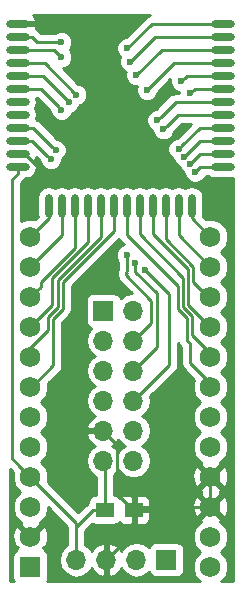
<source format=gbr>
G04 #@! TF.FileFunction,Copper,L1,Top,Signal*
%FSLAX46Y46*%
G04 Gerber Fmt 4.6, Leading zero omitted, Abs format (unit mm)*
G04 Created by KiCad (PCBNEW 4.0.7) date 05/30/18 17:56:51*
%MOMM*%
%LPD*%
G01*
G04 APERTURE LIST*
%ADD10C,0.100000*%
%ADD11O,2.000000X0.700000*%
%ADD12O,0.700000X2.000000*%
%ADD13R,1.752600X1.752600*%
%ADD14C,1.752600*%
%ADD15R,1.700000X1.700000*%
%ADD16O,1.700000X1.700000*%
%ADD17R,1.500000X1.250000*%
%ADD18C,0.600000*%
%ADD19C,0.250000*%
%ADD20C,0.254000*%
G04 APERTURE END LIST*
D10*
D11*
X139792990Y-71476880D03*
X139792990Y-83576880D03*
D12*
X147942980Y-86876880D03*
X149042980Y-86876880D03*
X145742980Y-86876880D03*
D11*
X139792990Y-74776880D03*
X139792990Y-75876880D03*
X139792990Y-76976880D03*
X139792990Y-78076880D03*
X139792990Y-79176880D03*
X139792990Y-80276880D03*
X139792990Y-82476880D03*
D12*
X142442980Y-86876880D03*
X143542980Y-86876880D03*
X144642980Y-86876880D03*
D11*
X139792990Y-72576880D03*
X139792990Y-81376880D03*
X139792990Y-73676880D03*
D12*
X146842980Y-86876880D03*
D11*
X157192980Y-72576880D03*
D12*
X153442980Y-86876880D03*
X154542980Y-86876880D03*
D11*
X157192980Y-83576880D03*
X157192980Y-82476880D03*
X157192980Y-81376880D03*
X157192980Y-80276880D03*
X157192980Y-78076880D03*
X157192980Y-76976880D03*
X157192980Y-75876880D03*
X157192980Y-74776880D03*
X157192980Y-73676880D03*
D12*
X151242980Y-86876880D03*
D11*
X157192980Y-79176880D03*
D12*
X152342980Y-86876880D03*
D11*
X157192980Y-71476880D03*
D12*
X150142980Y-86876880D03*
D13*
X140881100Y-117449600D03*
D14*
X140881100Y-114909600D03*
X140881100Y-112369600D03*
X140881100Y-109829600D03*
X140881100Y-107289600D03*
X140881100Y-104749600D03*
X140881100Y-102209600D03*
X140881100Y-99669600D03*
X140881100Y-97129600D03*
X140881100Y-94589600D03*
X140881100Y-92049600D03*
X140881100Y-89509600D03*
X156121100Y-89509600D03*
X156121100Y-92049600D03*
X156121100Y-94589600D03*
X156121100Y-97129600D03*
X156121100Y-99669600D03*
X156121100Y-102209600D03*
X156121100Y-104749600D03*
X156121100Y-107289600D03*
X156121100Y-109829600D03*
X156121100Y-112369600D03*
X156121100Y-114909600D03*
X156121100Y-117449600D03*
D15*
X147066000Y-95758000D03*
D16*
X149606000Y-95758000D03*
X147066000Y-98298000D03*
X149606000Y-98298000D03*
X147066000Y-100838000D03*
X149606000Y-100838000D03*
X147066000Y-103378000D03*
X149606000Y-103378000D03*
X147066000Y-105918000D03*
X149606000Y-105918000D03*
X147066000Y-108458000D03*
X149606000Y-108458000D03*
D15*
X152400000Y-116840000D03*
D16*
X149860000Y-116840000D03*
X147320000Y-116840000D03*
X144780000Y-116840000D03*
D17*
X147157120Y-112623600D03*
X149657120Y-112623600D03*
D18*
X154432000Y-77343000D03*
X153670000Y-76327000D03*
X141986000Y-72136000D03*
X141605000Y-84455000D03*
X153423537Y-82071207D03*
X152146000Y-80391000D03*
X144780000Y-77470000D03*
X144145000Y-78105000D03*
X143510000Y-78740000D03*
X143011990Y-82169000D03*
X143510000Y-73025000D03*
X142611010Y-82931000D03*
X143510000Y-74295000D03*
X149030021Y-91059000D03*
X149352000Y-74676000D03*
X154832867Y-84009983D03*
X154408449Y-83331832D03*
X153904513Y-82710489D03*
X151638000Y-79629000D03*
X150622008Y-92329000D03*
X150749000Y-77089000D03*
X149770999Y-91689417D03*
X149860000Y-75819000D03*
X149098000Y-73533000D03*
D19*
X157192980Y-76976880D02*
X154798120Y-76976880D01*
X154798120Y-76976880D02*
X154731999Y-77043001D01*
X154731999Y-77043001D02*
X154432000Y-77343000D01*
X154120120Y-75876880D02*
X153969999Y-76027001D01*
X157192980Y-75876880D02*
X154120120Y-75876880D01*
X153969999Y-76027001D02*
X153670000Y-76327000D01*
X149693000Y-112649000D02*
X149568000Y-112649000D01*
X149568000Y-112649000D02*
X148241001Y-111322001D01*
X148241001Y-111322001D02*
X148241001Y-107093001D01*
X148241001Y-107093001D02*
X147915999Y-106767999D01*
X147915999Y-106767999D02*
X147066000Y-105918000D01*
X141986000Y-72136000D02*
X141326880Y-71476880D01*
X141326880Y-71476880D02*
X139792990Y-71476880D01*
X141605000Y-84455000D02*
X141605000Y-83638890D01*
X140442990Y-82476880D02*
X139792990Y-82476880D01*
X141605000Y-83638890D02*
X140442990Y-82476880D01*
X156121100Y-112369600D02*
X149972400Y-112369600D01*
X149972400Y-112369600D02*
X149693000Y-112649000D01*
X156121100Y-109829600D02*
X156121100Y-111068875D01*
X156121100Y-111068875D02*
X156121100Y-112369600D01*
X147320000Y-116840000D02*
X149693000Y-114467000D01*
X149693000Y-114467000D02*
X149693000Y-112649000D01*
X139792990Y-83576880D02*
X139792990Y-84176880D01*
X139792990Y-84176880D02*
X139319000Y-84650870D01*
X140004801Y-108953301D02*
X140881100Y-109829600D01*
X139319000Y-84650870D02*
X139319000Y-108267500D01*
X139319000Y-108267500D02*
X140004801Y-108953301D01*
X147193000Y-112649000D02*
X147193000Y-108585000D01*
X147193000Y-108585000D02*
X147066000Y-108458000D01*
X147193000Y-112649000D02*
X146193000Y-112649000D01*
X146193000Y-112649000D02*
X144780000Y-114062000D01*
X144780000Y-114062000D02*
X144780000Y-115637919D01*
X144780000Y-115637919D02*
X144780000Y-116840000D01*
X140881100Y-109829600D02*
X144780000Y-113728500D01*
X144780000Y-113728500D02*
X144780000Y-116840000D01*
X155217864Y-80276880D02*
X153723536Y-81771208D01*
X157192980Y-80276880D02*
X155217864Y-80276880D01*
X153723536Y-81771208D02*
X153423537Y-82071207D01*
X157192980Y-79176880D02*
X153360120Y-79176880D01*
X152445999Y-80091001D02*
X152146000Y-80391000D01*
X153360120Y-79176880D02*
X152445999Y-80091001D01*
X140881100Y-102209600D02*
X140995400Y-102209600D01*
X140995400Y-102209600D02*
X142817010Y-100387990D01*
X142817010Y-100387990D02*
X142817010Y-96453810D01*
X142817010Y-96453810D02*
X143648020Y-95622800D01*
X143648020Y-95622800D02*
X143648020Y-93336800D01*
X143648020Y-93336800D02*
X147942980Y-89041840D01*
X147942980Y-89041840D02*
X147942980Y-88126880D01*
X147942980Y-88126880D02*
X147942980Y-86876880D01*
X156121100Y-102209600D02*
X156121100Y-101892100D01*
X156121100Y-101892100D02*
X154432000Y-100203000D01*
X154432000Y-100203000D02*
X154432000Y-98552000D01*
X154432000Y-98552000D02*
X154108990Y-98228990D01*
X154108990Y-98228990D02*
X154108990Y-96390310D01*
X154108990Y-96390310D02*
X153335969Y-95617289D01*
X153335969Y-95617289D02*
X153335969Y-93645969D01*
X153335969Y-93645969D02*
X149042980Y-89352980D01*
X149042980Y-89352980D02*
X149042980Y-88126880D01*
X149042980Y-88126880D02*
X149042980Y-86876880D01*
X140881100Y-97129600D02*
X140881100Y-97116900D01*
X140881100Y-97116900D02*
X142748000Y-95250000D01*
X142748000Y-95250000D02*
X142748000Y-92964000D01*
X142748000Y-92964000D02*
X145742980Y-89969020D01*
X145742980Y-89969020D02*
X145742980Y-86876880D01*
X144780000Y-77470000D02*
X142086880Y-74776880D01*
X142086880Y-74776880D02*
X139792990Y-74776880D01*
X139792990Y-75876880D02*
X141916880Y-75876880D01*
X141916880Y-75876880D02*
X144145000Y-78105000D01*
X143210001Y-78440001D02*
X143510000Y-78740000D01*
X139792990Y-76976880D02*
X141746880Y-76976880D01*
X141746880Y-76976880D02*
X143210001Y-78440001D01*
X142711991Y-81869001D02*
X143011990Y-82169000D01*
X141119870Y-80276880D02*
X142711991Y-81869001D01*
X139792990Y-80276880D02*
X141119870Y-80276880D01*
X140881100Y-89509600D02*
X142442980Y-87947720D01*
X142442980Y-87947720D02*
X142442980Y-86876880D01*
X140881100Y-92049600D02*
X143542980Y-89387720D01*
X143542980Y-89387720D02*
X143542980Y-86876880D01*
X144642980Y-88126880D02*
X144642980Y-86876880D01*
X144642980Y-90432609D02*
X144642980Y-88126880D01*
X141757399Y-93318190D02*
X144642980Y-90432609D01*
X140881100Y-94589600D02*
X141757399Y-93713301D01*
X141757399Y-93713301D02*
X141757399Y-93318190D01*
X143510000Y-73025000D02*
X143085736Y-73025000D01*
X143085736Y-73025000D02*
X143062606Y-73001870D01*
X143062606Y-73001870D02*
X141467980Y-73001870D01*
X141467980Y-73001870D02*
X141042990Y-72576880D01*
X141042990Y-72576880D02*
X139792990Y-72576880D01*
X142311011Y-82631001D02*
X142611010Y-82931000D01*
X141056890Y-81376880D02*
X142311011Y-82631001D01*
X139792990Y-81376880D02*
X141056890Y-81376880D01*
X139792990Y-73676880D02*
X142891880Y-73676880D01*
X142891880Y-73676880D02*
X143510000Y-74295000D01*
X140881100Y-99669600D02*
X140881100Y-98907526D01*
X140881100Y-98907526D02*
X142367000Y-97421626D01*
X142367000Y-97421626D02*
X142367000Y-96267410D01*
X142367000Y-96267410D02*
X143198010Y-95436400D01*
X143198010Y-95436400D02*
X143198010Y-93150400D01*
X143198010Y-93150400D02*
X146842980Y-89505430D01*
X146842980Y-89505430D02*
X146842980Y-88126880D01*
X146842980Y-88126880D02*
X146842980Y-86876880D01*
X149030021Y-91483264D02*
X149030021Y-91059000D01*
X148971000Y-92499264D02*
X149030021Y-92440243D01*
X149030021Y-92440243D02*
X149030021Y-91483264D01*
X149098000Y-92583000D02*
X149054736Y-92583000D01*
X149054736Y-92583000D02*
X148971000Y-92499264D01*
X149606000Y-98298000D02*
X151130000Y-96774000D01*
X151130000Y-94912264D02*
X148971000Y-92753264D01*
X148971000Y-92753264D02*
X148971000Y-92499264D01*
X151130000Y-96774000D02*
X151130000Y-94912264D01*
X149352000Y-74676000D02*
X151451120Y-72576880D01*
X151451120Y-72576880D02*
X157192980Y-72576880D01*
X156121100Y-92049600D02*
X153442980Y-89371480D01*
X153442980Y-89371480D02*
X153442980Y-86876880D01*
X156121100Y-89509600D02*
X154542980Y-87931480D01*
X154542980Y-87931480D02*
X154542980Y-86876880D01*
X155265970Y-83576880D02*
X155132866Y-83709984D01*
X155132866Y-83709984D02*
X154832867Y-84009983D01*
X157192980Y-83576880D02*
X155265970Y-83576880D01*
X155263401Y-82476880D02*
X154708448Y-83031833D01*
X154708448Y-83031833D02*
X154408449Y-83331832D01*
X157192980Y-82476880D02*
X155263401Y-82476880D01*
X155238122Y-81376880D02*
X154204512Y-82410490D01*
X157192980Y-81376880D02*
X155238122Y-81376880D01*
X154204512Y-82410490D02*
X153904513Y-82710489D01*
X151937999Y-79329001D02*
X151638000Y-79629000D01*
X153190120Y-78076880D02*
X151937999Y-79329001D01*
X157192980Y-78076880D02*
X153190120Y-78076880D01*
X149606000Y-103378000D02*
X152654000Y-100330000D01*
X152654000Y-100330000D02*
X152654000Y-94360992D01*
X152654000Y-94360992D02*
X150622008Y-92329000D01*
X150749000Y-77089000D02*
X153061120Y-74776880D01*
X153061120Y-74776880D02*
X157192980Y-74776880D01*
X149770999Y-92113681D02*
X149770999Y-91689417D01*
X151580009Y-94303009D02*
X149770999Y-92493999D01*
X151580009Y-98863991D02*
X151580009Y-94303009D01*
X149606000Y-100838000D02*
X151580009Y-98863991D01*
X149770999Y-92493999D02*
X149770999Y-92113681D01*
X149860000Y-75819000D02*
X152002120Y-73676880D01*
X152002120Y-73676880D02*
X157192980Y-73676880D01*
X154235989Y-92259989D02*
X151242980Y-89266980D01*
X151242980Y-89266980D02*
X151242980Y-88126880D01*
X154235989Y-95244489D02*
X154235989Y-92259989D01*
X156121100Y-97129600D02*
X154235989Y-95244489D01*
X151242980Y-88126880D02*
X151242980Y-86876880D01*
X156121100Y-94589600D02*
X155930600Y-94589600D01*
X152342980Y-88126880D02*
X152342980Y-86876880D01*
X154686000Y-92073590D02*
X152342980Y-89730570D01*
X155930600Y-94589600D02*
X154686000Y-93345000D01*
X152342980Y-89730570D02*
X152342980Y-88126880D01*
X154686000Y-93345000D02*
X154686000Y-92073590D01*
X149098000Y-73533000D02*
X151154120Y-71476880D01*
X151154120Y-71476880D02*
X157192980Y-71476880D01*
X156121100Y-99669600D02*
X156121100Y-99352100D01*
X156121100Y-99352100D02*
X154559000Y-97790000D01*
X154559000Y-97790000D02*
X154559000Y-96203910D01*
X154559000Y-96203910D02*
X153785979Y-95430889D01*
X153785979Y-95430889D02*
X153785979Y-92952979D01*
X150142980Y-88126880D02*
X150142980Y-86876880D01*
X153785979Y-92952979D02*
X150142980Y-89309980D01*
X150142980Y-89309980D02*
X150142980Y-88126880D01*
D20*
G36*
X150863281Y-70774732D02*
X150616719Y-70939479D01*
X148958320Y-72597878D01*
X148912833Y-72597838D01*
X148569057Y-72739883D01*
X148305808Y-73002673D01*
X148163162Y-73346201D01*
X148162838Y-73718167D01*
X148304883Y-74061943D01*
X148509474Y-74266891D01*
X148417162Y-74489201D01*
X148416838Y-74861167D01*
X148558883Y-75204943D01*
X148821673Y-75468192D01*
X148968030Y-75528965D01*
X148925162Y-75632201D01*
X148924838Y-76004167D01*
X149066883Y-76347943D01*
X149329673Y-76611192D01*
X149673201Y-76753838D01*
X149875695Y-76754014D01*
X149814162Y-76902201D01*
X149813838Y-77274167D01*
X149955883Y-77617943D01*
X150218673Y-77881192D01*
X150562201Y-78023838D01*
X150934167Y-78024162D01*
X151277943Y-77882117D01*
X151541192Y-77619327D01*
X151683838Y-77275799D01*
X151683879Y-77228923D01*
X152735129Y-76177673D01*
X152734838Y-76512167D01*
X152876883Y-76855943D01*
X153139673Y-77119192D01*
X153483201Y-77261838D01*
X153497070Y-77261850D01*
X153497022Y-77316880D01*
X153190120Y-77316880D01*
X152899281Y-77374732D01*
X152817465Y-77429400D01*
X152652718Y-77539479D01*
X151498320Y-78693878D01*
X151452833Y-78693838D01*
X151109057Y-78835883D01*
X150845808Y-79098673D01*
X150703162Y-79442201D01*
X150702838Y-79814167D01*
X150844883Y-80157943D01*
X151107673Y-80421192D01*
X151210936Y-80464071D01*
X151210838Y-80576167D01*
X151352883Y-80919943D01*
X151615673Y-81183192D01*
X151959201Y-81325838D01*
X152331167Y-81326162D01*
X152674943Y-81184117D01*
X152938192Y-80921327D01*
X153080838Y-80577799D01*
X153080879Y-80530923D01*
X153674922Y-79936880D01*
X154483062Y-79936880D01*
X153283857Y-81136085D01*
X153238370Y-81136045D01*
X152894594Y-81278090D01*
X152631345Y-81540880D01*
X152488699Y-81884408D01*
X152488375Y-82256374D01*
X152630420Y-82600150D01*
X152893210Y-82863399D01*
X152969352Y-82895016D01*
X152969351Y-82895656D01*
X153111396Y-83239432D01*
X153374186Y-83502681D01*
X153486670Y-83549389D01*
X153615332Y-83860775D01*
X153878122Y-84124024D01*
X153897760Y-84132178D01*
X153897705Y-84195150D01*
X154039750Y-84538926D01*
X154302540Y-84802175D01*
X154646068Y-84944821D01*
X155018034Y-84945145D01*
X155361810Y-84803100D01*
X155625059Y-84540310D01*
X155709531Y-84336880D01*
X155909483Y-84336880D01*
X156134005Y-84486901D01*
X156510948Y-84561880D01*
X157875012Y-84561880D01*
X158040000Y-84529062D01*
X158040000Y-118670000D01*
X157037737Y-118670000D01*
X157401571Y-118306800D01*
X157632137Y-117751535D01*
X157632662Y-117150303D01*
X157403065Y-116594636D01*
X156988402Y-116179249D01*
X157401571Y-115766800D01*
X157632137Y-115211535D01*
X157632662Y-114610303D01*
X157403065Y-114054636D01*
X156978300Y-113629129D01*
X156944508Y-113615097D01*
X157004496Y-113432601D01*
X156121100Y-112549205D01*
X155237704Y-113432601D01*
X155297547Y-113614656D01*
X155266136Y-113627635D01*
X154840629Y-114052400D01*
X154610063Y-114607665D01*
X154609538Y-115208897D01*
X154839135Y-115764564D01*
X155253798Y-116179951D01*
X154840629Y-116592400D01*
X154610063Y-117147665D01*
X154609538Y-117748897D01*
X154839135Y-118304564D01*
X155203934Y-118670000D01*
X142290827Y-118670000D01*
X142353831Y-118577790D01*
X142404840Y-118325900D01*
X142404840Y-116573300D01*
X142360562Y-116337983D01*
X142221490Y-116121859D01*
X142009290Y-115976869D01*
X141992820Y-115973534D01*
X142058731Y-115907623D01*
X141944103Y-115792995D01*
X142198127Y-115709496D01*
X142403982Y-115144603D01*
X142377991Y-114543932D01*
X142198127Y-114109704D01*
X141944101Y-114026204D01*
X141060705Y-114909600D01*
X141074848Y-114923743D01*
X140895243Y-115103348D01*
X140881100Y-115089205D01*
X140866958Y-115103348D01*
X140687353Y-114923743D01*
X140701495Y-114909600D01*
X139818099Y-114026204D01*
X139564073Y-114109704D01*
X139358218Y-114674597D01*
X139384209Y-115275268D01*
X139564073Y-115709496D01*
X139818097Y-115792995D01*
X139703469Y-115907623D01*
X139767354Y-115971508D01*
X139553359Y-116109210D01*
X139408369Y-116321410D01*
X139357360Y-116573300D01*
X139357360Y-118325900D01*
X139401638Y-118561217D01*
X139471638Y-118670000D01*
X139140000Y-118670000D01*
X139140000Y-109163302D01*
X139409467Y-109432769D01*
X139370063Y-109527665D01*
X139369538Y-110128897D01*
X139599135Y-110684564D01*
X140013798Y-111099951D01*
X139600629Y-111512400D01*
X139370063Y-112067665D01*
X139369538Y-112668897D01*
X139599135Y-113224564D01*
X140023900Y-113650071D01*
X140057692Y-113664103D01*
X139997704Y-113846599D01*
X140881100Y-114729995D01*
X141764496Y-113846599D01*
X141704653Y-113664544D01*
X141736064Y-113651565D01*
X142161571Y-113226800D01*
X142392137Y-112671535D01*
X142392360Y-112415662D01*
X144020000Y-114043302D01*
X144020000Y-115567046D01*
X143729946Y-115760853D01*
X143408039Y-116242622D01*
X143295000Y-116810907D01*
X143295000Y-116869093D01*
X143408039Y-117437378D01*
X143729946Y-117919147D01*
X144211715Y-118241054D01*
X144780000Y-118354093D01*
X145348285Y-118241054D01*
X145830054Y-117919147D01*
X146057702Y-117578447D01*
X146124817Y-117721358D01*
X146553076Y-118111645D01*
X146963110Y-118281476D01*
X147193000Y-118160155D01*
X147193000Y-116967000D01*
X147173000Y-116967000D01*
X147173000Y-116713000D01*
X147193000Y-116713000D01*
X147193000Y-115519845D01*
X147447000Y-115519845D01*
X147447000Y-116713000D01*
X147467000Y-116713000D01*
X147467000Y-116967000D01*
X147447000Y-116967000D01*
X147447000Y-118160155D01*
X147676890Y-118281476D01*
X148086924Y-118111645D01*
X148515183Y-117721358D01*
X148582298Y-117578447D01*
X148809946Y-117919147D01*
X149291715Y-118241054D01*
X149860000Y-118354093D01*
X150428285Y-118241054D01*
X150910054Y-117919147D01*
X150937850Y-117877548D01*
X150946838Y-117925317D01*
X151085910Y-118141441D01*
X151298110Y-118286431D01*
X151550000Y-118337440D01*
X153250000Y-118337440D01*
X153485317Y-118293162D01*
X153701441Y-118154090D01*
X153846431Y-117941890D01*
X153897440Y-117690000D01*
X153897440Y-115990000D01*
X153853162Y-115754683D01*
X153714090Y-115538559D01*
X153501890Y-115393569D01*
X153250000Y-115342560D01*
X151550000Y-115342560D01*
X151314683Y-115386838D01*
X151098559Y-115525910D01*
X150953569Y-115738110D01*
X150939914Y-115805541D01*
X150910054Y-115760853D01*
X150428285Y-115438946D01*
X149860000Y-115325907D01*
X149291715Y-115438946D01*
X148809946Y-115760853D01*
X148582298Y-116101553D01*
X148515183Y-115958642D01*
X148086924Y-115568355D01*
X147676890Y-115398524D01*
X147447000Y-115519845D01*
X147193000Y-115519845D01*
X146963110Y-115398524D01*
X146553076Y-115568355D01*
X146124817Y-115958642D01*
X146057702Y-116101553D01*
X145830054Y-115760853D01*
X145540000Y-115567046D01*
X145540000Y-114376802D01*
X146105649Y-113811153D01*
X146155230Y-113845031D01*
X146407120Y-113896040D01*
X147907120Y-113896040D01*
X148142437Y-113851762D01*
X148358561Y-113712690D01*
X148405089Y-113644594D01*
X148547422Y-113786927D01*
X148780811Y-113883600D01*
X149371370Y-113883600D01*
X149530120Y-113724850D01*
X149530120Y-112750600D01*
X149784120Y-112750600D01*
X149784120Y-113724850D01*
X149942870Y-113883600D01*
X150533429Y-113883600D01*
X150766818Y-113786927D01*
X150945447Y-113608299D01*
X151042120Y-113374910D01*
X151042120Y-112909350D01*
X150883370Y-112750600D01*
X149784120Y-112750600D01*
X149530120Y-112750600D01*
X149510120Y-112750600D01*
X149510120Y-112496600D01*
X149530120Y-112496600D01*
X149530120Y-111522350D01*
X149784120Y-111522350D01*
X149784120Y-112496600D01*
X150883370Y-112496600D01*
X151042120Y-112337850D01*
X151042120Y-112134597D01*
X154598218Y-112134597D01*
X154624209Y-112735268D01*
X154804073Y-113169496D01*
X155058099Y-113252996D01*
X155941495Y-112369600D01*
X156300705Y-112369600D01*
X157184101Y-113252996D01*
X157438127Y-113169496D01*
X157643982Y-112604603D01*
X157617991Y-112003932D01*
X157438127Y-111569704D01*
X157184101Y-111486204D01*
X156300705Y-112369600D01*
X155941495Y-112369600D01*
X155058099Y-111486204D01*
X154804073Y-111569704D01*
X154598218Y-112134597D01*
X151042120Y-112134597D01*
X151042120Y-111872290D01*
X150945447Y-111638901D01*
X150766818Y-111460273D01*
X150533429Y-111363600D01*
X149942870Y-111363600D01*
X149784120Y-111522350D01*
X149530120Y-111522350D01*
X149371370Y-111363600D01*
X148780811Y-111363600D01*
X148547422Y-111460273D01*
X148406184Y-111601510D01*
X148371210Y-111547159D01*
X148159010Y-111402169D01*
X147953000Y-111360451D01*
X147953000Y-110892601D01*
X155237704Y-110892601D01*
X155305746Y-111099600D01*
X155237704Y-111306599D01*
X156121100Y-112189995D01*
X157004496Y-111306599D01*
X156936454Y-111099600D01*
X157004496Y-110892601D01*
X156121100Y-110009205D01*
X155237704Y-110892601D01*
X147953000Y-110892601D01*
X147953000Y-109636442D01*
X148145147Y-109508054D01*
X148336000Y-109222422D01*
X148526853Y-109508054D01*
X149008622Y-109829961D01*
X149576907Y-109943000D01*
X149635093Y-109943000D01*
X150203378Y-109829961D01*
X150555625Y-109594597D01*
X154598218Y-109594597D01*
X154624209Y-110195268D01*
X154804073Y-110629496D01*
X155058099Y-110712996D01*
X155941495Y-109829600D01*
X156300705Y-109829600D01*
X157184101Y-110712996D01*
X157438127Y-110629496D01*
X157643982Y-110064603D01*
X157617991Y-109463932D01*
X157438127Y-109029704D01*
X157184101Y-108946204D01*
X156300705Y-109829600D01*
X155941495Y-109829600D01*
X155058099Y-108946204D01*
X154804073Y-109029704D01*
X154598218Y-109594597D01*
X150555625Y-109594597D01*
X150685147Y-109508054D01*
X151007054Y-109026285D01*
X151120093Y-108458000D01*
X151007054Y-107889715D01*
X150685147Y-107407946D01*
X150355974Y-107188000D01*
X150685147Y-106968054D01*
X151007054Y-106486285D01*
X151120093Y-105918000D01*
X151007054Y-105349715D01*
X150685147Y-104867946D01*
X150355974Y-104648000D01*
X150685147Y-104428054D01*
X151007054Y-103946285D01*
X151120093Y-103378000D01*
X151047210Y-103011592D01*
X153191401Y-100867401D01*
X153356148Y-100620839D01*
X153414000Y-100330000D01*
X153414000Y-98530542D01*
X153571589Y-98766391D01*
X153672000Y-98866802D01*
X153672000Y-100203000D01*
X153729852Y-100493839D01*
X153894599Y-100740401D01*
X154742623Y-101588425D01*
X154610063Y-101907665D01*
X154609538Y-102508897D01*
X154839135Y-103064564D01*
X155253798Y-103479951D01*
X154840629Y-103892400D01*
X154610063Y-104447665D01*
X154609538Y-105048897D01*
X154839135Y-105604564D01*
X155253798Y-106019951D01*
X154840629Y-106432400D01*
X154610063Y-106987665D01*
X154609538Y-107588897D01*
X154839135Y-108144564D01*
X155263900Y-108570071D01*
X155297692Y-108584103D01*
X155237704Y-108766599D01*
X156121100Y-109649995D01*
X157004496Y-108766599D01*
X156944653Y-108584544D01*
X156976064Y-108571565D01*
X157401571Y-108146800D01*
X157632137Y-107591535D01*
X157632662Y-106990303D01*
X157403065Y-106434636D01*
X156988402Y-106019249D01*
X157401571Y-105606800D01*
X157632137Y-105051535D01*
X157632662Y-104450303D01*
X157403065Y-103894636D01*
X156988402Y-103479249D01*
X157401571Y-103066800D01*
X157632137Y-102511535D01*
X157632662Y-101910303D01*
X157403065Y-101354636D01*
X156988402Y-100939249D01*
X157401571Y-100526800D01*
X157632137Y-99971535D01*
X157632662Y-99370303D01*
X157403065Y-98814636D01*
X156988402Y-98399249D01*
X157401571Y-97986800D01*
X157632137Y-97431535D01*
X157632662Y-96830303D01*
X157403065Y-96274636D01*
X156988402Y-95859249D01*
X157401571Y-95446800D01*
X157632137Y-94891535D01*
X157632662Y-94290303D01*
X157403065Y-93734636D01*
X156988402Y-93319249D01*
X157401571Y-92906800D01*
X157632137Y-92351535D01*
X157632662Y-91750303D01*
X157403065Y-91194636D01*
X156988402Y-90779249D01*
X157401571Y-90366800D01*
X157632137Y-89811535D01*
X157632662Y-89210303D01*
X157403065Y-88654636D01*
X156978300Y-88229129D01*
X156423035Y-87998563D01*
X155821803Y-87998038D01*
X155724532Y-88038230D01*
X155481066Y-87794764D01*
X155527980Y-87558912D01*
X155527980Y-86194848D01*
X155453001Y-85817905D01*
X155239480Y-85498348D01*
X154919923Y-85284827D01*
X154542980Y-85209848D01*
X154166037Y-85284827D01*
X153992980Y-85400460D01*
X153819923Y-85284827D01*
X153442980Y-85209848D01*
X153066037Y-85284827D01*
X152892980Y-85400460D01*
X152719923Y-85284827D01*
X152342980Y-85209848D01*
X151966037Y-85284827D01*
X151792980Y-85400460D01*
X151619923Y-85284827D01*
X151242980Y-85209848D01*
X150866037Y-85284827D01*
X150692980Y-85400460D01*
X150519923Y-85284827D01*
X150142980Y-85209848D01*
X149766037Y-85284827D01*
X149592980Y-85400460D01*
X149419923Y-85284827D01*
X149042980Y-85209848D01*
X148666037Y-85284827D01*
X148492980Y-85400460D01*
X148319923Y-85284827D01*
X147942980Y-85209848D01*
X147566037Y-85284827D01*
X147392980Y-85400460D01*
X147219923Y-85284827D01*
X146842980Y-85209848D01*
X146466037Y-85284827D01*
X146292980Y-85400460D01*
X146119923Y-85284827D01*
X145742980Y-85209848D01*
X145366037Y-85284827D01*
X145192980Y-85400460D01*
X145019923Y-85284827D01*
X144642980Y-85209848D01*
X144266037Y-85284827D01*
X144092980Y-85400460D01*
X143919923Y-85284827D01*
X143542980Y-85209848D01*
X143166037Y-85284827D01*
X142992980Y-85400460D01*
X142819923Y-85284827D01*
X142442980Y-85209848D01*
X142066037Y-85284827D01*
X141746480Y-85498348D01*
X141532959Y-85817905D01*
X141457980Y-86194848D01*
X141457980Y-87558912D01*
X141507588Y-87808310D01*
X141277931Y-88037967D01*
X141183035Y-87998563D01*
X140581803Y-87998038D01*
X140079000Y-88205792D01*
X140079000Y-84965672D01*
X140330391Y-84714281D01*
X140432222Y-84561880D01*
X140475022Y-84561880D01*
X140851965Y-84486901D01*
X141171522Y-84273380D01*
X141385043Y-83953823D01*
X141460022Y-83576880D01*
X141385043Y-83199937D01*
X141262012Y-83015809D01*
X141378905Y-82773697D01*
X141675888Y-83070680D01*
X141675848Y-83116167D01*
X141817893Y-83459943D01*
X142080683Y-83723192D01*
X142424211Y-83865838D01*
X142796177Y-83866162D01*
X143139953Y-83724117D01*
X143403202Y-83461327D01*
X143545848Y-83117799D01*
X143545988Y-82957071D01*
X143804182Y-82699327D01*
X143946828Y-82355799D01*
X143947152Y-81983833D01*
X143805107Y-81640057D01*
X143542317Y-81376808D01*
X143198789Y-81234162D01*
X143151913Y-81234121D01*
X141657271Y-79739479D01*
X141410709Y-79574732D01*
X141375722Y-79567773D01*
X141385043Y-79553823D01*
X141460022Y-79176880D01*
X141385043Y-78799937D01*
X141269410Y-78626880D01*
X141385043Y-78453823D01*
X141460022Y-78076880D01*
X141392391Y-77736880D01*
X141432078Y-77736880D01*
X142574878Y-78879680D01*
X142574838Y-78925167D01*
X142716883Y-79268943D01*
X142979673Y-79532192D01*
X143323201Y-79674838D01*
X143695167Y-79675162D01*
X144038943Y-79533117D01*
X144302192Y-79270327D01*
X144411765Y-79006446D01*
X144673943Y-78898117D01*
X144937192Y-78635327D01*
X145046765Y-78371446D01*
X145308943Y-78263117D01*
X145572192Y-78000327D01*
X145714838Y-77656799D01*
X145715162Y-77284833D01*
X145573117Y-76941057D01*
X145310327Y-76677808D01*
X144966799Y-76535162D01*
X144919923Y-76535121D01*
X143614894Y-75230092D01*
X143695167Y-75230162D01*
X144038943Y-75088117D01*
X144302192Y-74825327D01*
X144444838Y-74481799D01*
X144445162Y-74109833D01*
X144303117Y-73766057D01*
X144197290Y-73660046D01*
X144302192Y-73555327D01*
X144444838Y-73211799D01*
X144445162Y-72839833D01*
X144303117Y-72496057D01*
X144040327Y-72232808D01*
X143696799Y-72090162D01*
X143324833Y-72089838D01*
X142981057Y-72231883D01*
X142971053Y-72241870D01*
X141782782Y-72241870D01*
X141580391Y-72039479D01*
X141333829Y-71874732D01*
X141330449Y-71874060D01*
X141387875Y-71755118D01*
X141259421Y-71603880D01*
X140535350Y-71603880D01*
X140475022Y-71591880D01*
X139645990Y-71591880D01*
X139645990Y-71349880D01*
X139665990Y-71349880D01*
X139665990Y-71329880D01*
X139919990Y-71329880D01*
X139919990Y-71349880D01*
X141259421Y-71349880D01*
X141387875Y-71198642D01*
X141229293Y-70870182D01*
X141078899Y-70739000D01*
X151042916Y-70739000D01*
X150863281Y-70774732D01*
X150863281Y-70774732D01*
G37*
X150863281Y-70774732D02*
X150616719Y-70939479D01*
X148958320Y-72597878D01*
X148912833Y-72597838D01*
X148569057Y-72739883D01*
X148305808Y-73002673D01*
X148163162Y-73346201D01*
X148162838Y-73718167D01*
X148304883Y-74061943D01*
X148509474Y-74266891D01*
X148417162Y-74489201D01*
X148416838Y-74861167D01*
X148558883Y-75204943D01*
X148821673Y-75468192D01*
X148968030Y-75528965D01*
X148925162Y-75632201D01*
X148924838Y-76004167D01*
X149066883Y-76347943D01*
X149329673Y-76611192D01*
X149673201Y-76753838D01*
X149875695Y-76754014D01*
X149814162Y-76902201D01*
X149813838Y-77274167D01*
X149955883Y-77617943D01*
X150218673Y-77881192D01*
X150562201Y-78023838D01*
X150934167Y-78024162D01*
X151277943Y-77882117D01*
X151541192Y-77619327D01*
X151683838Y-77275799D01*
X151683879Y-77228923D01*
X152735129Y-76177673D01*
X152734838Y-76512167D01*
X152876883Y-76855943D01*
X153139673Y-77119192D01*
X153483201Y-77261838D01*
X153497070Y-77261850D01*
X153497022Y-77316880D01*
X153190120Y-77316880D01*
X152899281Y-77374732D01*
X152817465Y-77429400D01*
X152652718Y-77539479D01*
X151498320Y-78693878D01*
X151452833Y-78693838D01*
X151109057Y-78835883D01*
X150845808Y-79098673D01*
X150703162Y-79442201D01*
X150702838Y-79814167D01*
X150844883Y-80157943D01*
X151107673Y-80421192D01*
X151210936Y-80464071D01*
X151210838Y-80576167D01*
X151352883Y-80919943D01*
X151615673Y-81183192D01*
X151959201Y-81325838D01*
X152331167Y-81326162D01*
X152674943Y-81184117D01*
X152938192Y-80921327D01*
X153080838Y-80577799D01*
X153080879Y-80530923D01*
X153674922Y-79936880D01*
X154483062Y-79936880D01*
X153283857Y-81136085D01*
X153238370Y-81136045D01*
X152894594Y-81278090D01*
X152631345Y-81540880D01*
X152488699Y-81884408D01*
X152488375Y-82256374D01*
X152630420Y-82600150D01*
X152893210Y-82863399D01*
X152969352Y-82895016D01*
X152969351Y-82895656D01*
X153111396Y-83239432D01*
X153374186Y-83502681D01*
X153486670Y-83549389D01*
X153615332Y-83860775D01*
X153878122Y-84124024D01*
X153897760Y-84132178D01*
X153897705Y-84195150D01*
X154039750Y-84538926D01*
X154302540Y-84802175D01*
X154646068Y-84944821D01*
X155018034Y-84945145D01*
X155361810Y-84803100D01*
X155625059Y-84540310D01*
X155709531Y-84336880D01*
X155909483Y-84336880D01*
X156134005Y-84486901D01*
X156510948Y-84561880D01*
X157875012Y-84561880D01*
X158040000Y-84529062D01*
X158040000Y-118670000D01*
X157037737Y-118670000D01*
X157401571Y-118306800D01*
X157632137Y-117751535D01*
X157632662Y-117150303D01*
X157403065Y-116594636D01*
X156988402Y-116179249D01*
X157401571Y-115766800D01*
X157632137Y-115211535D01*
X157632662Y-114610303D01*
X157403065Y-114054636D01*
X156978300Y-113629129D01*
X156944508Y-113615097D01*
X157004496Y-113432601D01*
X156121100Y-112549205D01*
X155237704Y-113432601D01*
X155297547Y-113614656D01*
X155266136Y-113627635D01*
X154840629Y-114052400D01*
X154610063Y-114607665D01*
X154609538Y-115208897D01*
X154839135Y-115764564D01*
X155253798Y-116179951D01*
X154840629Y-116592400D01*
X154610063Y-117147665D01*
X154609538Y-117748897D01*
X154839135Y-118304564D01*
X155203934Y-118670000D01*
X142290827Y-118670000D01*
X142353831Y-118577790D01*
X142404840Y-118325900D01*
X142404840Y-116573300D01*
X142360562Y-116337983D01*
X142221490Y-116121859D01*
X142009290Y-115976869D01*
X141992820Y-115973534D01*
X142058731Y-115907623D01*
X141944103Y-115792995D01*
X142198127Y-115709496D01*
X142403982Y-115144603D01*
X142377991Y-114543932D01*
X142198127Y-114109704D01*
X141944101Y-114026204D01*
X141060705Y-114909600D01*
X141074848Y-114923743D01*
X140895243Y-115103348D01*
X140881100Y-115089205D01*
X140866958Y-115103348D01*
X140687353Y-114923743D01*
X140701495Y-114909600D01*
X139818099Y-114026204D01*
X139564073Y-114109704D01*
X139358218Y-114674597D01*
X139384209Y-115275268D01*
X139564073Y-115709496D01*
X139818097Y-115792995D01*
X139703469Y-115907623D01*
X139767354Y-115971508D01*
X139553359Y-116109210D01*
X139408369Y-116321410D01*
X139357360Y-116573300D01*
X139357360Y-118325900D01*
X139401638Y-118561217D01*
X139471638Y-118670000D01*
X139140000Y-118670000D01*
X139140000Y-109163302D01*
X139409467Y-109432769D01*
X139370063Y-109527665D01*
X139369538Y-110128897D01*
X139599135Y-110684564D01*
X140013798Y-111099951D01*
X139600629Y-111512400D01*
X139370063Y-112067665D01*
X139369538Y-112668897D01*
X139599135Y-113224564D01*
X140023900Y-113650071D01*
X140057692Y-113664103D01*
X139997704Y-113846599D01*
X140881100Y-114729995D01*
X141764496Y-113846599D01*
X141704653Y-113664544D01*
X141736064Y-113651565D01*
X142161571Y-113226800D01*
X142392137Y-112671535D01*
X142392360Y-112415662D01*
X144020000Y-114043302D01*
X144020000Y-115567046D01*
X143729946Y-115760853D01*
X143408039Y-116242622D01*
X143295000Y-116810907D01*
X143295000Y-116869093D01*
X143408039Y-117437378D01*
X143729946Y-117919147D01*
X144211715Y-118241054D01*
X144780000Y-118354093D01*
X145348285Y-118241054D01*
X145830054Y-117919147D01*
X146057702Y-117578447D01*
X146124817Y-117721358D01*
X146553076Y-118111645D01*
X146963110Y-118281476D01*
X147193000Y-118160155D01*
X147193000Y-116967000D01*
X147173000Y-116967000D01*
X147173000Y-116713000D01*
X147193000Y-116713000D01*
X147193000Y-115519845D01*
X147447000Y-115519845D01*
X147447000Y-116713000D01*
X147467000Y-116713000D01*
X147467000Y-116967000D01*
X147447000Y-116967000D01*
X147447000Y-118160155D01*
X147676890Y-118281476D01*
X148086924Y-118111645D01*
X148515183Y-117721358D01*
X148582298Y-117578447D01*
X148809946Y-117919147D01*
X149291715Y-118241054D01*
X149860000Y-118354093D01*
X150428285Y-118241054D01*
X150910054Y-117919147D01*
X150937850Y-117877548D01*
X150946838Y-117925317D01*
X151085910Y-118141441D01*
X151298110Y-118286431D01*
X151550000Y-118337440D01*
X153250000Y-118337440D01*
X153485317Y-118293162D01*
X153701441Y-118154090D01*
X153846431Y-117941890D01*
X153897440Y-117690000D01*
X153897440Y-115990000D01*
X153853162Y-115754683D01*
X153714090Y-115538559D01*
X153501890Y-115393569D01*
X153250000Y-115342560D01*
X151550000Y-115342560D01*
X151314683Y-115386838D01*
X151098559Y-115525910D01*
X150953569Y-115738110D01*
X150939914Y-115805541D01*
X150910054Y-115760853D01*
X150428285Y-115438946D01*
X149860000Y-115325907D01*
X149291715Y-115438946D01*
X148809946Y-115760853D01*
X148582298Y-116101553D01*
X148515183Y-115958642D01*
X148086924Y-115568355D01*
X147676890Y-115398524D01*
X147447000Y-115519845D01*
X147193000Y-115519845D01*
X146963110Y-115398524D01*
X146553076Y-115568355D01*
X146124817Y-115958642D01*
X146057702Y-116101553D01*
X145830054Y-115760853D01*
X145540000Y-115567046D01*
X145540000Y-114376802D01*
X146105649Y-113811153D01*
X146155230Y-113845031D01*
X146407120Y-113896040D01*
X147907120Y-113896040D01*
X148142437Y-113851762D01*
X148358561Y-113712690D01*
X148405089Y-113644594D01*
X148547422Y-113786927D01*
X148780811Y-113883600D01*
X149371370Y-113883600D01*
X149530120Y-113724850D01*
X149530120Y-112750600D01*
X149784120Y-112750600D01*
X149784120Y-113724850D01*
X149942870Y-113883600D01*
X150533429Y-113883600D01*
X150766818Y-113786927D01*
X150945447Y-113608299D01*
X151042120Y-113374910D01*
X151042120Y-112909350D01*
X150883370Y-112750600D01*
X149784120Y-112750600D01*
X149530120Y-112750600D01*
X149510120Y-112750600D01*
X149510120Y-112496600D01*
X149530120Y-112496600D01*
X149530120Y-111522350D01*
X149784120Y-111522350D01*
X149784120Y-112496600D01*
X150883370Y-112496600D01*
X151042120Y-112337850D01*
X151042120Y-112134597D01*
X154598218Y-112134597D01*
X154624209Y-112735268D01*
X154804073Y-113169496D01*
X155058099Y-113252996D01*
X155941495Y-112369600D01*
X156300705Y-112369600D01*
X157184101Y-113252996D01*
X157438127Y-113169496D01*
X157643982Y-112604603D01*
X157617991Y-112003932D01*
X157438127Y-111569704D01*
X157184101Y-111486204D01*
X156300705Y-112369600D01*
X155941495Y-112369600D01*
X155058099Y-111486204D01*
X154804073Y-111569704D01*
X154598218Y-112134597D01*
X151042120Y-112134597D01*
X151042120Y-111872290D01*
X150945447Y-111638901D01*
X150766818Y-111460273D01*
X150533429Y-111363600D01*
X149942870Y-111363600D01*
X149784120Y-111522350D01*
X149530120Y-111522350D01*
X149371370Y-111363600D01*
X148780811Y-111363600D01*
X148547422Y-111460273D01*
X148406184Y-111601510D01*
X148371210Y-111547159D01*
X148159010Y-111402169D01*
X147953000Y-111360451D01*
X147953000Y-110892601D01*
X155237704Y-110892601D01*
X155305746Y-111099600D01*
X155237704Y-111306599D01*
X156121100Y-112189995D01*
X157004496Y-111306599D01*
X156936454Y-111099600D01*
X157004496Y-110892601D01*
X156121100Y-110009205D01*
X155237704Y-110892601D01*
X147953000Y-110892601D01*
X147953000Y-109636442D01*
X148145147Y-109508054D01*
X148336000Y-109222422D01*
X148526853Y-109508054D01*
X149008622Y-109829961D01*
X149576907Y-109943000D01*
X149635093Y-109943000D01*
X150203378Y-109829961D01*
X150555625Y-109594597D01*
X154598218Y-109594597D01*
X154624209Y-110195268D01*
X154804073Y-110629496D01*
X155058099Y-110712996D01*
X155941495Y-109829600D01*
X156300705Y-109829600D01*
X157184101Y-110712996D01*
X157438127Y-110629496D01*
X157643982Y-110064603D01*
X157617991Y-109463932D01*
X157438127Y-109029704D01*
X157184101Y-108946204D01*
X156300705Y-109829600D01*
X155941495Y-109829600D01*
X155058099Y-108946204D01*
X154804073Y-109029704D01*
X154598218Y-109594597D01*
X150555625Y-109594597D01*
X150685147Y-109508054D01*
X151007054Y-109026285D01*
X151120093Y-108458000D01*
X151007054Y-107889715D01*
X150685147Y-107407946D01*
X150355974Y-107188000D01*
X150685147Y-106968054D01*
X151007054Y-106486285D01*
X151120093Y-105918000D01*
X151007054Y-105349715D01*
X150685147Y-104867946D01*
X150355974Y-104648000D01*
X150685147Y-104428054D01*
X151007054Y-103946285D01*
X151120093Y-103378000D01*
X151047210Y-103011592D01*
X153191401Y-100867401D01*
X153356148Y-100620839D01*
X153414000Y-100330000D01*
X153414000Y-98530542D01*
X153571589Y-98766391D01*
X153672000Y-98866802D01*
X153672000Y-100203000D01*
X153729852Y-100493839D01*
X153894599Y-100740401D01*
X154742623Y-101588425D01*
X154610063Y-101907665D01*
X154609538Y-102508897D01*
X154839135Y-103064564D01*
X155253798Y-103479951D01*
X154840629Y-103892400D01*
X154610063Y-104447665D01*
X154609538Y-105048897D01*
X154839135Y-105604564D01*
X155253798Y-106019951D01*
X154840629Y-106432400D01*
X154610063Y-106987665D01*
X154609538Y-107588897D01*
X154839135Y-108144564D01*
X155263900Y-108570071D01*
X155297692Y-108584103D01*
X155237704Y-108766599D01*
X156121100Y-109649995D01*
X157004496Y-108766599D01*
X156944653Y-108584544D01*
X156976064Y-108571565D01*
X157401571Y-108146800D01*
X157632137Y-107591535D01*
X157632662Y-106990303D01*
X157403065Y-106434636D01*
X156988402Y-106019249D01*
X157401571Y-105606800D01*
X157632137Y-105051535D01*
X157632662Y-104450303D01*
X157403065Y-103894636D01*
X156988402Y-103479249D01*
X157401571Y-103066800D01*
X157632137Y-102511535D01*
X157632662Y-101910303D01*
X157403065Y-101354636D01*
X156988402Y-100939249D01*
X157401571Y-100526800D01*
X157632137Y-99971535D01*
X157632662Y-99370303D01*
X157403065Y-98814636D01*
X156988402Y-98399249D01*
X157401571Y-97986800D01*
X157632137Y-97431535D01*
X157632662Y-96830303D01*
X157403065Y-96274636D01*
X156988402Y-95859249D01*
X157401571Y-95446800D01*
X157632137Y-94891535D01*
X157632662Y-94290303D01*
X157403065Y-93734636D01*
X156988402Y-93319249D01*
X157401571Y-92906800D01*
X157632137Y-92351535D01*
X157632662Y-91750303D01*
X157403065Y-91194636D01*
X156988402Y-90779249D01*
X157401571Y-90366800D01*
X157632137Y-89811535D01*
X157632662Y-89210303D01*
X157403065Y-88654636D01*
X156978300Y-88229129D01*
X156423035Y-87998563D01*
X155821803Y-87998038D01*
X155724532Y-88038230D01*
X155481066Y-87794764D01*
X155527980Y-87558912D01*
X155527980Y-86194848D01*
X155453001Y-85817905D01*
X155239480Y-85498348D01*
X154919923Y-85284827D01*
X154542980Y-85209848D01*
X154166037Y-85284827D01*
X153992980Y-85400460D01*
X153819923Y-85284827D01*
X153442980Y-85209848D01*
X153066037Y-85284827D01*
X152892980Y-85400460D01*
X152719923Y-85284827D01*
X152342980Y-85209848D01*
X151966037Y-85284827D01*
X151792980Y-85400460D01*
X151619923Y-85284827D01*
X151242980Y-85209848D01*
X150866037Y-85284827D01*
X150692980Y-85400460D01*
X150519923Y-85284827D01*
X150142980Y-85209848D01*
X149766037Y-85284827D01*
X149592980Y-85400460D01*
X149419923Y-85284827D01*
X149042980Y-85209848D01*
X148666037Y-85284827D01*
X148492980Y-85400460D01*
X148319923Y-85284827D01*
X147942980Y-85209848D01*
X147566037Y-85284827D01*
X147392980Y-85400460D01*
X147219923Y-85284827D01*
X146842980Y-85209848D01*
X146466037Y-85284827D01*
X146292980Y-85400460D01*
X146119923Y-85284827D01*
X145742980Y-85209848D01*
X145366037Y-85284827D01*
X145192980Y-85400460D01*
X145019923Y-85284827D01*
X144642980Y-85209848D01*
X144266037Y-85284827D01*
X144092980Y-85400460D01*
X143919923Y-85284827D01*
X143542980Y-85209848D01*
X143166037Y-85284827D01*
X142992980Y-85400460D01*
X142819923Y-85284827D01*
X142442980Y-85209848D01*
X142066037Y-85284827D01*
X141746480Y-85498348D01*
X141532959Y-85817905D01*
X141457980Y-86194848D01*
X141457980Y-87558912D01*
X141507588Y-87808310D01*
X141277931Y-88037967D01*
X141183035Y-87998563D01*
X140581803Y-87998038D01*
X140079000Y-88205792D01*
X140079000Y-84965672D01*
X140330391Y-84714281D01*
X140432222Y-84561880D01*
X140475022Y-84561880D01*
X140851965Y-84486901D01*
X141171522Y-84273380D01*
X141385043Y-83953823D01*
X141460022Y-83576880D01*
X141385043Y-83199937D01*
X141262012Y-83015809D01*
X141378905Y-82773697D01*
X141675888Y-83070680D01*
X141675848Y-83116167D01*
X141817893Y-83459943D01*
X142080683Y-83723192D01*
X142424211Y-83865838D01*
X142796177Y-83866162D01*
X143139953Y-83724117D01*
X143403202Y-83461327D01*
X143545848Y-83117799D01*
X143545988Y-82957071D01*
X143804182Y-82699327D01*
X143946828Y-82355799D01*
X143947152Y-81983833D01*
X143805107Y-81640057D01*
X143542317Y-81376808D01*
X143198789Y-81234162D01*
X143151913Y-81234121D01*
X141657271Y-79739479D01*
X141410709Y-79574732D01*
X141375722Y-79567773D01*
X141385043Y-79553823D01*
X141460022Y-79176880D01*
X141385043Y-78799937D01*
X141269410Y-78626880D01*
X141385043Y-78453823D01*
X141460022Y-78076880D01*
X141392391Y-77736880D01*
X141432078Y-77736880D01*
X142574878Y-78879680D01*
X142574838Y-78925167D01*
X142716883Y-79268943D01*
X142979673Y-79532192D01*
X143323201Y-79674838D01*
X143695167Y-79675162D01*
X144038943Y-79533117D01*
X144302192Y-79270327D01*
X144411765Y-79006446D01*
X144673943Y-78898117D01*
X144937192Y-78635327D01*
X145046765Y-78371446D01*
X145308943Y-78263117D01*
X145572192Y-78000327D01*
X145714838Y-77656799D01*
X145715162Y-77284833D01*
X145573117Y-76941057D01*
X145310327Y-76677808D01*
X144966799Y-76535162D01*
X144919923Y-76535121D01*
X143614894Y-75230092D01*
X143695167Y-75230162D01*
X144038943Y-75088117D01*
X144302192Y-74825327D01*
X144444838Y-74481799D01*
X144445162Y-74109833D01*
X144303117Y-73766057D01*
X144197290Y-73660046D01*
X144302192Y-73555327D01*
X144444838Y-73211799D01*
X144445162Y-72839833D01*
X144303117Y-72496057D01*
X144040327Y-72232808D01*
X143696799Y-72090162D01*
X143324833Y-72089838D01*
X142981057Y-72231883D01*
X142971053Y-72241870D01*
X141782782Y-72241870D01*
X141580391Y-72039479D01*
X141333829Y-71874732D01*
X141330449Y-71874060D01*
X141387875Y-71755118D01*
X141259421Y-71603880D01*
X140535350Y-71603880D01*
X140475022Y-71591880D01*
X139645990Y-71591880D01*
X139645990Y-71349880D01*
X139665990Y-71349880D01*
X139665990Y-71329880D01*
X139919990Y-71329880D01*
X139919990Y-71349880D01*
X141259421Y-71349880D01*
X141387875Y-71198642D01*
X141229293Y-70870182D01*
X141078899Y-70739000D01*
X151042916Y-70739000D01*
X150863281Y-70774732D01*
G36*
X148505579Y-89890381D02*
X148769975Y-90154777D01*
X148501078Y-90265883D01*
X148237829Y-90528673D01*
X148095183Y-90872201D01*
X148094859Y-91244167D01*
X148236904Y-91587943D01*
X148270021Y-91621118D01*
X148270021Y-92206675D01*
X148268852Y-92208425D01*
X148211000Y-92499264D01*
X148211000Y-92753264D01*
X148268852Y-93044103D01*
X148433599Y-93290665D01*
X149442641Y-94299707D01*
X149008622Y-94386039D01*
X148526853Y-94707946D01*
X148526029Y-94709179D01*
X148519162Y-94672683D01*
X148380090Y-94456559D01*
X148167890Y-94311569D01*
X147916000Y-94260560D01*
X146216000Y-94260560D01*
X145980683Y-94304838D01*
X145764559Y-94443910D01*
X145619569Y-94656110D01*
X145568560Y-94908000D01*
X145568560Y-96608000D01*
X145612838Y-96843317D01*
X145751910Y-97059441D01*
X145964110Y-97204431D01*
X146031541Y-97218086D01*
X145986853Y-97247946D01*
X145664946Y-97729715D01*
X145551907Y-98298000D01*
X145664946Y-98866285D01*
X145986853Y-99348054D01*
X146316026Y-99568000D01*
X145986853Y-99787946D01*
X145664946Y-100269715D01*
X145551907Y-100838000D01*
X145664946Y-101406285D01*
X145986853Y-101888054D01*
X146316026Y-102108000D01*
X145986853Y-102327946D01*
X145664946Y-102809715D01*
X145551907Y-103378000D01*
X145664946Y-103946285D01*
X145986853Y-104428054D01*
X146327553Y-104655702D01*
X146184642Y-104722817D01*
X145794355Y-105151076D01*
X145624524Y-105561110D01*
X145745845Y-105791000D01*
X146939000Y-105791000D01*
X146939000Y-105771000D01*
X147193000Y-105771000D01*
X147193000Y-105791000D01*
X147213000Y-105791000D01*
X147213000Y-106045000D01*
X147193000Y-106045000D01*
X147193000Y-106065000D01*
X146939000Y-106065000D01*
X146939000Y-106045000D01*
X145745845Y-106045000D01*
X145624524Y-106274890D01*
X145794355Y-106684924D01*
X146184642Y-107113183D01*
X146327553Y-107180298D01*
X145986853Y-107407946D01*
X145664946Y-107889715D01*
X145551907Y-108458000D01*
X145664946Y-109026285D01*
X145986853Y-109508054D01*
X146433000Y-109806159D01*
X146433000Y-111351160D01*
X146407120Y-111351160D01*
X146171803Y-111395438D01*
X145955679Y-111534510D01*
X145810689Y-111746710D01*
X145759680Y-111998600D01*
X145759680Y-112042054D01*
X145655599Y-112111599D01*
X144946750Y-112820448D01*
X142352733Y-110226431D01*
X142392137Y-110131535D01*
X142392662Y-109530303D01*
X142163065Y-108974636D01*
X141748402Y-108559249D01*
X142161571Y-108146800D01*
X142392137Y-107591535D01*
X142392662Y-106990303D01*
X142163065Y-106434636D01*
X141748402Y-106019249D01*
X142161571Y-105606800D01*
X142392137Y-105051535D01*
X142392662Y-104450303D01*
X142163065Y-103894636D01*
X141748402Y-103479249D01*
X142161571Y-103066800D01*
X142392137Y-102511535D01*
X142392662Y-101910303D01*
X142385890Y-101893912D01*
X143354411Y-100925391D01*
X143519158Y-100678829D01*
X143577010Y-100387990D01*
X143577010Y-96768612D01*
X144185421Y-96160201D01*
X144350168Y-95913639D01*
X144408020Y-95622800D01*
X144408020Y-93651602D01*
X148370861Y-89688761D01*
X148505579Y-89890381D01*
X148505579Y-89890381D01*
G37*
X148505579Y-89890381D02*
X148769975Y-90154777D01*
X148501078Y-90265883D01*
X148237829Y-90528673D01*
X148095183Y-90872201D01*
X148094859Y-91244167D01*
X148236904Y-91587943D01*
X148270021Y-91621118D01*
X148270021Y-92206675D01*
X148268852Y-92208425D01*
X148211000Y-92499264D01*
X148211000Y-92753264D01*
X148268852Y-93044103D01*
X148433599Y-93290665D01*
X149442641Y-94299707D01*
X149008622Y-94386039D01*
X148526853Y-94707946D01*
X148526029Y-94709179D01*
X148519162Y-94672683D01*
X148380090Y-94456559D01*
X148167890Y-94311569D01*
X147916000Y-94260560D01*
X146216000Y-94260560D01*
X145980683Y-94304838D01*
X145764559Y-94443910D01*
X145619569Y-94656110D01*
X145568560Y-94908000D01*
X145568560Y-96608000D01*
X145612838Y-96843317D01*
X145751910Y-97059441D01*
X145964110Y-97204431D01*
X146031541Y-97218086D01*
X145986853Y-97247946D01*
X145664946Y-97729715D01*
X145551907Y-98298000D01*
X145664946Y-98866285D01*
X145986853Y-99348054D01*
X146316026Y-99568000D01*
X145986853Y-99787946D01*
X145664946Y-100269715D01*
X145551907Y-100838000D01*
X145664946Y-101406285D01*
X145986853Y-101888054D01*
X146316026Y-102108000D01*
X145986853Y-102327946D01*
X145664946Y-102809715D01*
X145551907Y-103378000D01*
X145664946Y-103946285D01*
X145986853Y-104428054D01*
X146327553Y-104655702D01*
X146184642Y-104722817D01*
X145794355Y-105151076D01*
X145624524Y-105561110D01*
X145745845Y-105791000D01*
X146939000Y-105791000D01*
X146939000Y-105771000D01*
X147193000Y-105771000D01*
X147193000Y-105791000D01*
X147213000Y-105791000D01*
X147213000Y-106045000D01*
X147193000Y-106045000D01*
X147193000Y-106065000D01*
X146939000Y-106065000D01*
X146939000Y-106045000D01*
X145745845Y-106045000D01*
X145624524Y-106274890D01*
X145794355Y-106684924D01*
X146184642Y-107113183D01*
X146327553Y-107180298D01*
X145986853Y-107407946D01*
X145664946Y-107889715D01*
X145551907Y-108458000D01*
X145664946Y-109026285D01*
X145986853Y-109508054D01*
X146433000Y-109806159D01*
X146433000Y-111351160D01*
X146407120Y-111351160D01*
X146171803Y-111395438D01*
X145955679Y-111534510D01*
X145810689Y-111746710D01*
X145759680Y-111998600D01*
X145759680Y-112042054D01*
X145655599Y-112111599D01*
X144946750Y-112820448D01*
X142352733Y-110226431D01*
X142392137Y-110131535D01*
X142392662Y-109530303D01*
X142163065Y-108974636D01*
X141748402Y-108559249D01*
X142161571Y-108146800D01*
X142392137Y-107591535D01*
X142392662Y-106990303D01*
X142163065Y-106434636D01*
X141748402Y-106019249D01*
X142161571Y-105606800D01*
X142392137Y-105051535D01*
X142392662Y-104450303D01*
X142163065Y-103894636D01*
X141748402Y-103479249D01*
X142161571Y-103066800D01*
X142392137Y-102511535D01*
X142392662Y-101910303D01*
X142385890Y-101893912D01*
X143354411Y-100925391D01*
X143519158Y-100678829D01*
X143577010Y-100387990D01*
X143577010Y-96768612D01*
X144185421Y-96160201D01*
X144350168Y-95913639D01*
X144408020Y-95622800D01*
X144408020Y-93651602D01*
X148370861Y-89688761D01*
X148505579Y-89890381D01*
G36*
X148526853Y-106968054D02*
X148856026Y-107188000D01*
X148526853Y-107407946D01*
X148336000Y-107693578D01*
X148145147Y-107407946D01*
X147804447Y-107180298D01*
X147947358Y-107113183D01*
X148337645Y-106684924D01*
X148337655Y-106684899D01*
X148526853Y-106968054D01*
X148526853Y-106968054D01*
G37*
X148526853Y-106968054D02*
X148856026Y-107188000D01*
X148526853Y-107407946D01*
X148336000Y-107693578D01*
X148145147Y-107407946D01*
X147804447Y-107180298D01*
X147947358Y-107113183D01*
X148337645Y-106684924D01*
X148337655Y-106684899D01*
X148526853Y-106968054D01*
G36*
X139939990Y-82591880D02*
X139645990Y-82591880D01*
X139645990Y-82361880D01*
X139939990Y-82361880D01*
X139939990Y-82591880D01*
X139939990Y-82591880D01*
G37*
X139939990Y-82591880D02*
X139645990Y-82591880D01*
X139645990Y-82361880D01*
X139939990Y-82361880D01*
X139939990Y-82591880D01*
M02*

</source>
